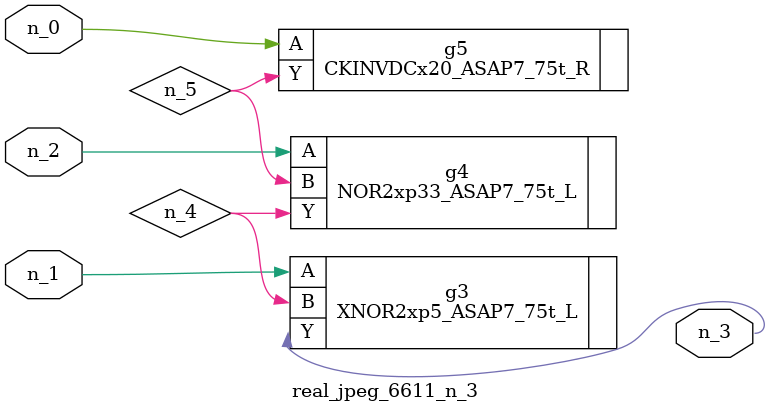
<source format=v>
module real_jpeg_6611_n_3 (n_1, n_0, n_2, n_3);

input n_1;
input n_0;
input n_2;

output n_3;

wire n_5;
wire n_4;

CKINVDCx20_ASAP7_75t_R g5 ( 
.A(n_0),
.Y(n_5)
);

XNOR2xp5_ASAP7_75t_L g3 ( 
.A(n_1),
.B(n_4),
.Y(n_3)
);

NOR2xp33_ASAP7_75t_L g4 ( 
.A(n_2),
.B(n_5),
.Y(n_4)
);


endmodule
</source>
